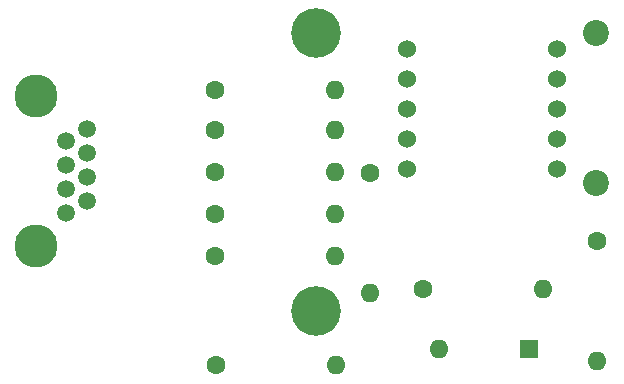
<source format=gbr>
%TF.GenerationSoftware,KiCad,Pcbnew,(6.0.9)*%
%TF.CreationDate,2022-12-29T15:09:43-06:00*%
%TF.ProjectId,Mr_Radar_Kit,4d725f52-6164-4617-925f-4b69742e6b69,rev?*%
%TF.SameCoordinates,Original*%
%TF.FileFunction,Soldermask,Bot*%
%TF.FilePolarity,Negative*%
%FSLAX46Y46*%
G04 Gerber Fmt 4.6, Leading zero omitted, Abs format (unit mm)*
G04 Created by KiCad (PCBNEW (6.0.9)) date 2022-12-29 15:09:43*
%MOMM*%
%LPD*%
G01*
G04 APERTURE LIST*
%ADD10C,1.600000*%
%ADD11O,1.600000X1.600000*%
%ADD12R,1.600000X1.600000*%
%ADD13C,1.501140*%
%ADD14C,3.649980*%
%ADD15C,1.524000*%
%ADD16C,4.200000*%
%ADD17C,2.200000*%
G04 APERTURE END LIST*
D10*
%TO.C,R9*%
X143560800Y-70205600D03*
D11*
X143560800Y-80365600D03*
%TD*%
D10*
%TO.C,R8*%
X130505200Y-86461600D03*
D11*
X140665200Y-86461600D03*
%TD*%
D10*
%TO.C,R5*%
X130429000Y-73660000D03*
D11*
X140589000Y-73660000D03*
%TD*%
D10*
%TO.C,R2*%
X130429000Y-66548000D03*
D11*
X140589000Y-66548000D03*
%TD*%
D12*
%TO.C,SW1*%
X157056500Y-85090000D03*
D11*
X149436500Y-85090000D03*
%TD*%
D10*
%TO.C,R4*%
X130429000Y-63119000D03*
D11*
X140589000Y-63119000D03*
%TD*%
D10*
%TO.C,R6*%
X130429000Y-77216000D03*
D11*
X140589000Y-77216000D03*
%TD*%
D13*
%TO.C,J1*%
X117856000Y-73533000D03*
X119634000Y-72517000D03*
X117856000Y-71501000D03*
X119634000Y-70485000D03*
X117856000Y-69469000D03*
X119634000Y-68453000D03*
X117856000Y-67437000D03*
X119634000Y-66421000D03*
D14*
X115316000Y-76327000D03*
X115316000Y-63627000D03*
%TD*%
D10*
%TO.C,R3*%
X162814000Y-75946000D03*
D11*
X162814000Y-86106000D03*
%TD*%
D10*
%TO.C,R1*%
X130429000Y-70104000D03*
D11*
X140589000Y-70104000D03*
%TD*%
D15*
%TO.C,U1*%
X146662000Y-59643000D03*
X146662000Y-62183000D03*
X146662000Y-64723000D03*
X146662000Y-67263000D03*
X146662000Y-69803000D03*
X159362000Y-69803000D03*
X159362000Y-67263000D03*
X159362000Y-64723000D03*
X159362000Y-62183000D03*
X159362000Y-59643000D03*
%TD*%
D10*
%TO.C,R7*%
X148082000Y-80010000D03*
D11*
X158242000Y-80010000D03*
%TD*%
D16*
%TO.C,BT1*%
X139005000Y-58354000D03*
X139005000Y-81854000D03*
D17*
X162725000Y-58354000D03*
X162725000Y-71054000D03*
%TD*%
M02*

</source>
